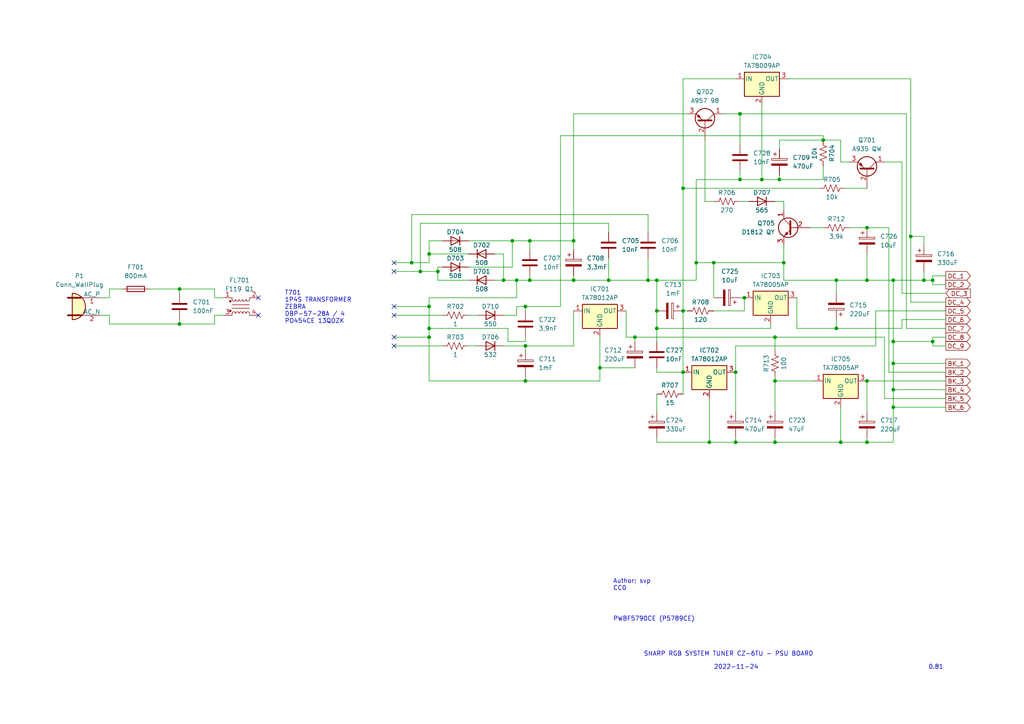
<source format=kicad_sch>
(kicad_sch (version 20230121) (generator eeschema)
  (paper "A4")
  (lib_symbols
    (symbol "Connector:Conn_WallPlug" (pin_names (offset 0))
      (property "Reference" "P" (at -1.27 4.445 0))
      (property "Value" "Conn_WallPlug" (at -5.715 0 90))
      (symbol "Conn_WallPlug_0_1"
        (arc (start -3.175 -3.81) (mid 0.6184 0) (end -3.175 3.81) (stroke (width 0.254)) (fill (type background)))
        (polyline (pts (xy -4.445 -2.54) (xy -0.635 -2.54)) (stroke (width 0.508)))
        (polyline (pts (xy -4.445 2.54) (xy -0.635 2.54)) (stroke (width 0.508)))
        (polyline (pts (xy -3.175 -3.81) (xy -3.175 3.81)) (stroke (width 0.254)))
        (polyline (pts (xy -0.635 -2.54) (xy 2.54 -2.54)))
        (polyline (pts (xy -0.635 2.54) (xy 2.54 2.54)))
      )
      (symbol "Conn_WallPlug_1_1"
        (pin power_out line (at 5.08 2.54 180) (length 5.08) (name "AC_P") (number "1"))
        (pin power_out line (at 5.08 -2.54 180) (length 5.08) (name "AC_N") (number "2"))
      )
    )
    (symbol "Device:C" (pin_numbers hide) (pin_names (offset 0.254))
      (property "Reference" "C" (at 0.635 2.54 0))
      (property "Value" "C" (at 0.635 -2.54 0))
      (symbol "C_0_1"
        (polyline (pts (xy -2.032 -0.762) (xy 2.032 -0.762)) (stroke (width 0.508)))
        (polyline (pts (xy -2.032 0.762) (xy 2.032 0.762)) (stroke (width 0.508)))
      )
      (symbol "C_1_1"
        (pin passive line (at 0 3.81 270) (length 2.794) (name "~") (number "1"))
        (pin passive line (at 0 -3.81 90) (length 2.794) (name "~") (number "2"))
      )
    )
    (symbol "Device:C_Polarized" (pin_numbers hide) (pin_names (offset 0.254))
      (property "Reference" "C" (at 0.635 2.54 0))
      (property "Value" "C_Polarized" (at 0.635 -2.54 0))
      (symbol "C_Polarized_0_1"
        (rectangle (start -2.286 0.508) (end 2.286 1.016))
        (polyline (pts (xy -1.778 2.286) (xy -0.762 2.286)))
        (polyline (pts (xy -1.27 2.794) (xy -1.27 1.778)))
        (rectangle (start 2.286 -0.508) (end -2.286 -1.016) (fill (type outline)))
      )
      (symbol "C_Polarized_1_1"
        (pin passive line (at 0 3.81 270) (length 2.794) (name "~") (number "1"))
        (pin passive line (at 0 -3.81 90) (length 2.794) (name "~") (number "2"))
      )
    )
    (symbol "Device:D" (pin_numbers hide) (pin_names (offset 1.016) hide)
      (property "Reference" "D" (at 0 2.54 0))
      (property "Value" "D" (at 0 -2.54 0))
      (symbol "D_0_1"
        (polyline (pts (xy -1.27 1.27) (xy -1.27 -1.27)) (stroke (width 0.254)))
        (polyline (pts (xy 1.27 0) (xy -1.27 0)))
        (polyline (pts (xy 1.27 1.27) (xy 1.27 -1.27) (xy -1.27 0) (xy 1.27 1.27)) (stroke (width 0.254)))
      )
      (symbol "D_1_1"
        (pin passive line (at -3.81 0 0) (length 2.54) (name "K") (number "1"))
        (pin passive line (at 3.81 0 180) (length 2.54) (name "A") (number "2"))
      )
    )
    (symbol "Device:Filter_EMI_LL" (pin_names (offset 0.254) hide)
      (property "Reference" "FL" (at 0 4.445 0))
      (property "Value" "Filter_EMI_LL" (at 0 -4.445 0))
      (symbol "Filter_EMI_LL_0_1"
        (circle (center -3.048 -1.27) (radius 0.254) (fill (type outline)))
        (circle (center -3.048 1.524) (radius 0.254) (fill (type outline)))
        (arc (start -2.54 2.032) (mid -2.032 1.5262) (end -1.524 2.032))
        (arc (start -1.524 -2.032) (mid -2.032 -1.5262) (end -2.54 -2.032))
        (arc (start -1.524 2.032) (mid -1.016 1.5262) (end -0.508 2.032))
        (arc (start -0.508 -2.032) (mid -1.016 -1.5262) (end -1.524 -2.032))
        (arc (start -0.508 2.032) (mid 0 1.5262) (end 0.508 2.032))
        (polyline (pts (xy -2.54 -2.032) (xy -2.54 -2.54)))
        (polyline (pts (xy -2.54 0.508) (xy 2.54 0.508)))
        (polyline (pts (xy -2.54 2.032) (xy -2.54 2.54)))
        (polyline (pts (xy 2.54 -2.032) (xy 2.54 -2.54)))
        (polyline (pts (xy 2.54 -0.508) (xy -2.54 -0.508)))
        (polyline (pts (xy 2.54 2.54) (xy 2.54 2.032)))
        (arc (start 0.508 -2.032) (mid 0 -1.5262) (end -0.508 -2.032))
        (arc (start 0.508 2.032) (mid 1.016 1.5262) (end 1.524 2.032))
        (arc (start 1.524 -2.032) (mid 1.016 -1.5262) (end 0.508 -2.032))
        (arc (start 1.524 2.032) (mid 2.032 1.5262) (end 2.54 2.032))
        (arc (start 2.54 -2.032) (mid 2.032 -1.5262) (end 1.524 -2.032))
      )
      (symbol "Filter_EMI_LL_1_1"
        (pin passive line (at -5.08 2.54 0) (length 2.54) (name "1") (number "1"))
        (pin passive line (at 5.08 2.54 180) (length 2.54) (name "2") (number "2"))
        (pin passive line (at -5.08 -2.54 0) (length 2.54) (name "3") (number "3"))
        (pin passive line (at 5.08 -2.54 180) (length 2.54) (name "4") (number "4"))
      )
    )
    (symbol "Device:Fuse" (pin_numbers hide) (pin_names (offset 0))
      (property "Reference" "F" (at 2.032 0 90))
      (property "Value" "Fuse" (at -1.905 0 90))
      (symbol "Fuse_0_1"
        (rectangle (start -0.762 -2.54) (end 0.762 2.54) (stroke (width 0.254)))
        (polyline (pts (xy 0 2.54) (xy 0 -2.54)))
      )
      (symbol "Fuse_1_1"
        (pin passive line (at 0 3.81 270) (length 1.27) (name "~") (number "1"))
        (pin passive line (at 0 -3.81 90) (length 1.27) (name "~") (number "2"))
      )
    )
    (symbol "Device:Q_NPN_CBE" (pin_names (offset 0) hide)
      (property "Reference" "Q" (at 5.08 1.27 0))
      (property "Value" "Q_NPN_CBE" (at 5.08 -1.27 0))
      (symbol "Q_NPN_CBE_0_1"
        (polyline (pts (xy 0.635 0.635) (xy 2.54 2.54)))
        (polyline (pts (xy 0.635 -0.635) (xy 2.54 -2.54) (xy 2.54 -2.54)))
        (polyline (pts (xy 0.635 1.905) (xy 0.635 -1.905) (xy 0.635 -1.905)) (stroke (width 0.508)))
        (polyline (pts (xy 1.27 -1.778) (xy 1.778 -1.27) (xy 2.286 -2.286) (xy 1.27 -1.778) (xy 1.27 -1.778)) (fill (type outline)))
        (circle (center 1.27 0) (radius 2.8194) (stroke (width 0.254)))
      )
      (symbol "Q_NPN_CBE_1_1"
        (pin passive line (at 2.54 5.08 270) (length 2.54) (name "C") (number "1"))
        (pin input line (at -5.08 0 0) (length 5.715) (name "B") (number "2"))
        (pin passive line (at 2.54 -5.08 90) (length 2.54) (name "E") (number "3"))
      )
    )
    (symbol "Device:Q_PNP_CBE" (pin_names (offset 0) hide)
      (property "Reference" "Q" (at 5.08 1.27 0))
      (property "Value" "Q_PNP_CBE" (at 5.08 -1.27 0))
      (symbol "Q_PNP_CBE_0_1"
        (polyline (pts (xy 0.635 0.635) (xy 2.54 2.54)))
        (polyline (pts (xy 0.635 -0.635) (xy 2.54 -2.54) (xy 2.54 -2.54)))
        (polyline (pts (xy 0.635 1.905) (xy 0.635 -1.905) (xy 0.635 -1.905)) (stroke (width 0.508)))
        (polyline (pts (xy 2.286 -1.778) (xy 1.778 -2.286) (xy 1.27 -1.27) (xy 2.286 -1.778) (xy 2.286 -1.778)) (fill (type outline)))
        (circle (center 1.27 0) (radius 2.8194) (stroke (width 0.254)))
      )
      (symbol "Q_PNP_CBE_1_1"
        (pin passive line (at 2.54 5.08 270) (length 2.54) (name "C") (number "1"))
        (pin input line (at -5.08 0 0) (length 5.715) (name "B") (number "2"))
        (pin passive line (at 2.54 -5.08 90) (length 2.54) (name "E") (number "3"))
      )
    )
    (symbol "Device:R_US" (pin_numbers hide) (pin_names (offset 0))
      (property "Reference" "R" (at 2.54 0 90))
      (property "Value" "R_US" (at -2.54 0 90))
      (symbol "R_US_0_1"
        (polyline (pts (xy 0 -2.286) (xy 0 -2.54)))
        (polyline (pts (xy 0 2.286) (xy 0 2.54)))
        (polyline (pts (xy 0 -0.762) (xy 1.016 -1.143) (xy 0 -1.524) (xy -1.016 -1.905) (xy 0 -2.286)))
        (polyline (pts (xy 0 0.762) (xy 1.016 0.381) (xy 0 0) (xy -1.016 -0.381) (xy 0 -0.762)))
        (polyline (pts (xy 0 2.286) (xy 1.016 1.905) (xy 0 1.524) (xy -1.016 1.143) (xy 0 0.762)))
      )
      (symbol "R_US_1_1"
        (pin passive line (at 0 3.81 270) (length 1.27) (name "~") (number "1"))
        (pin passive line (at 0 -3.81 90) (length 1.27) (name "~") (number "2"))
      )
    )
    (symbol "Regulator_Linear:L7805" (pin_names (offset 0.254))
      (property "Reference" "U" (at -3.81 3.175 0))
      (property "Value" "L7805" (at 0 3.175 0))
      (symbol "L7805_0_1"
        (rectangle (start -5.08 1.905) (end 5.08 -5.08) (stroke (width 0.254)) (fill (type background)))
      )
      (symbol "L7805_1_1"
        (pin power_in line (at -7.62 0 0) (length 2.54) (name "IN") (number "1"))
        (pin power_in line (at 0 -7.62 90) (length 2.54) (name "GND") (number "2"))
        (pin power_out line (at 7.62 0 180) (length 2.54) (name "OUT") (number "3"))
      )
    )
    (symbol "Regulator_Linear:L7809" (pin_names (offset 0.254))
      (property "Reference" "U" (at -3.81 3.175 0))
      (property "Value" "L7809" (at 0 3.175 0))
      (symbol "L7809_0_1"
        (rectangle (start -5.08 1.905) (end 5.08 -5.08) (stroke (width 0.254)) (fill (type background)))
      )
      (symbol "L7809_1_1"
        (pin power_in line (at -7.62 0 0) (length 2.54) (name "IN") (number "1"))
        (pin power_in line (at 0 -7.62 90) (length 2.54) (name "GND") (number "2"))
        (pin power_out line (at 7.62 0 180) (length 2.54) (name "OUT") (number "3"))
      )
    )
    (symbol "Regulator_Linear:L7812" (pin_names (offset 0.254))
      (property "Reference" "U" (at -3.81 3.175 0))
      (property "Value" "L7812" (at 0 3.175 0))
      (symbol "L7812_0_1"
        (rectangle (start -5.08 1.905) (end 5.08 -5.08) (stroke (width 0.254)) (fill (type background)))
      )
      (symbol "L7812_1_1"
        (pin power_in line (at -7.62 0 0) (length 2.54) (name "IN") (number "1"))
        (pin power_in line (at 0 -7.62 90) (length 2.54) (name "GND") (number "2"))
        (pin power_out line (at 7.62 0 180) (length 2.54) (name "OUT") (number "3"))
      )
    )
  )
  (junction (at 270.51 99.06))
  (junction (at 153.67 69.85))
  (junction (at 224.79 128.27))
  (junction (at 52.07 93.98))
  (junction (at 124.46 88.9))
  (junction (at 119.38 76.2))
  (junction (at 153.67 81.28))
  (junction (at 52.07 83.82))
  (junction (at 201.93 76.2))
  (junction (at 152.4 100.33))
  (junction (at 146.05 81.28))
  (junction (at 152.4 110.49))
  (junction (at 243.84 128.27))
  (junction (at 259.08 105.41))
  (junction (at 198.12 90.17))
  (junction (at 238.76 40.64))
  (junction (at 152.4 88.9))
  (junction (at 224.79 97.79))
  (junction (at 187.96 81.28))
  (junction (at 166.37 69.85))
  (junction (at 259.08 99.06))
  (junction (at 198.12 54.61))
  (junction (at 251.46 81.28))
  (junction (at 270.51 81.28))
  (junction (at 207.01 76.2))
  (junction (at 267.97 81.28))
  (junction (at 251.46 128.27))
  (junction (at 214.63 33.02))
  (junction (at 251.46 66.04))
  (junction (at 166.37 81.28))
  (junction (at 173.99 106.68))
  (junction (at 190.5 81.28))
  (junction (at 242.57 81.28))
  (junction (at 251.46 110.49))
  (junction (at 190.5 95.25))
  (junction (at 121.92 78.74))
  (junction (at 224.79 110.49))
  (junction (at 242.57 95.25))
  (junction (at 124.46 95.25))
  (junction (at 184.15 97.79))
  (junction (at 149.86 81.28))
  (junction (at 264.16 68.58))
  (junction (at 205.74 128.27))
  (junction (at 190.5 90.17))
  (junction (at 259.08 118.11))
  (junction (at 215.9 86.36))
  (junction (at 259.08 81.28))
  (junction (at 176.53 81.28))
  (junction (at 198.12 107.95))
  (junction (at 213.36 128.27))
  (junction (at 220.98 52.07))
  (junction (at 227.33 76.2))
  (junction (at 259.08 113.03))
  (junction (at 214.63 52.07))
  (junction (at 124.46 97.79))
  (junction (at 226.06 52.07))
  (junction (at 148.59 69.85))
  (junction (at 124.46 73.66))
  (junction (at 213.36 107.95))
  (junction (at 127 78.74))
  (no_connect (at 114.3 91.44))
  (no_connect (at 114.3 78.74))
  (no_connect (at 74.93 86.36))
  (no_connect (at 114.3 97.79))
  (no_connect (at 74.93 91.44))
  (no_connect (at 114.3 76.2))
  (no_connect (at 114.3 100.33))
  (no_connect (at 114.3 88.9))
  (wire (pts (xy 124.46 69.85) (xy 124.46 73.66)))
  (wire (pts (xy 153.67 80.01) (xy 153.67 81.28)))
  (wire (pts (xy 62.23 83.82) (xy 52.07 83.82)))
  (wire (pts (xy 114.3 91.44) (xy 128.27 91.44)))
  (wire (pts (xy 270.51 100.33) (xy 270.51 99.06)))
  (wire (pts (xy 220.98 52.07) (xy 226.06 52.07)))
  (wire (pts (xy 251.46 110.49) (xy 274.32 110.49)))
  (wire (pts (xy 190.5 81.28) (xy 190.5 90.17)))
  (wire (pts (xy 238.76 39.37) (xy 238.76 40.64)))
  (wire (pts (xy 223.52 95.25) (xy 190.5 95.25)))
  (wire (pts (xy 226.06 50.8) (xy 226.06 52.07)))
  (wire (pts (xy 152.4 110.49) (xy 173.99 110.49)))
  (wire (pts (xy 259.08 113.03) (xy 259.08 105.41)))
  (wire (pts (xy 190.5 95.25) (xy 190.5 99.06)))
  (wire (pts (xy 270.51 97.79) (xy 274.32 97.79)))
  (wire (pts (xy 173.99 106.68) (xy 173.99 97.79)))
  (wire (pts (xy 205.74 128.27) (xy 213.36 128.27)))
  (wire (pts (xy 231.14 95.25) (xy 242.57 95.25)))
  (wire (pts (xy 242.57 81.28) (xy 242.57 85.09)))
  (wire (pts (xy 243.84 46.99) (xy 243.84 40.64)))
  (wire (pts (xy 190.5 81.28) (xy 201.93 81.28)))
  (wire (pts (xy 29.21 86.36) (xy 31.75 86.36)))
  (wire (pts (xy 124.46 86.36) (xy 149.86 86.36)))
  (wire (pts (xy 238.76 52.07) (xy 226.06 52.07)))
  (wire (pts (xy 128.27 69.85) (xy 124.46 69.85)))
  (wire (pts (xy 227.33 81.28) (xy 242.57 81.28)))
  (wire (pts (xy 124.46 73.66) (xy 124.46 76.2)))
  (wire (pts (xy 256.54 46.99) (xy 261.62 46.99)))
  (wire (pts (xy 176.53 81.28) (xy 187.96 81.28)))
  (wire (pts (xy 176.53 74.93) (xy 176.53 81.28)))
  (wire (pts (xy 162.56 88.9) (xy 162.56 39.37)))
  (wire (pts (xy 259.08 128.27) (xy 259.08 118.11)))
  (wire (pts (xy 152.4 99.06) (xy 152.4 97.79)))
  (wire (pts (xy 264.16 22.86) (xy 228.6 22.86)))
  (wire (pts (xy 227.33 76.2) (xy 227.33 81.28)))
  (wire (pts (xy 176.53 67.31) (xy 176.53 64.77)))
  (wire (pts (xy 201.93 76.2) (xy 201.93 81.28)))
  (wire (pts (xy 259.08 113.03) (xy 274.32 113.03)))
  (wire (pts (xy 238.76 48.26) (xy 238.76 52.07)))
  (wire (pts (xy 173.99 106.68) (xy 173.99 110.49)))
  (wire (pts (xy 124.46 73.66) (xy 135.89 73.66)))
  (wire (pts (xy 153.67 69.85) (xy 166.37 69.85)))
  (wire (pts (xy 274.32 90.17) (xy 254 90.17)))
  (wire (pts (xy 143.51 81.28) (xy 146.05 81.28)))
  (wire (pts (xy 199.39 33.02) (xy 166.37 33.02)))
  (wire (pts (xy 267.97 68.58) (xy 264.16 68.58)))
  (wire (pts (xy 121.92 64.77) (xy 121.92 78.74)))
  (wire (pts (xy 227.33 58.42) (xy 224.79 58.42)))
  (wire (pts (xy 262.89 33.02) (xy 262.89 95.25)))
  (wire (pts (xy 198.12 54.61) (xy 237.49 54.61)))
  (wire (pts (xy 181.61 90.17) (xy 181.61 97.79)))
  (wire (pts (xy 146.05 91.44) (xy 149.86 91.44)))
  (wire (pts (xy 234.95 66.04) (xy 238.76 66.04)))
  (wire (pts (xy 147.32 99.06) (xy 147.32 95.25)))
  (wire (pts (xy 261.62 95.25) (xy 261.62 92.71)))
  (wire (pts (xy 257.81 107.95) (xy 274.32 107.95)))
  (wire (pts (xy 198.12 22.86) (xy 213.36 22.86)))
  (wire (pts (xy 166.37 81.28) (xy 176.53 81.28)))
  (wire (pts (xy 259.08 81.28) (xy 259.08 99.06)))
  (wire (pts (xy 214.63 33.02) (xy 214.63 41.91)))
  (wire (pts (xy 43.18 83.82) (xy 52.07 83.82)))
  (wire (pts (xy 114.3 76.2) (xy 119.38 76.2)))
  (wire (pts (xy 152.4 88.9) (xy 152.4 90.17)))
  (wire (pts (xy 152.4 99.06) (xy 147.32 99.06)))
  (wire (pts (xy 261.62 85.09) (xy 261.62 46.99)))
  (wire (pts (xy 242.57 81.28) (xy 251.46 81.28)))
  (wire (pts (xy 190.5 106.68) (xy 190.5 107.95)))
  (wire (pts (xy 190.5 127) (xy 190.5 128.27)))
  (wire (pts (xy 135.89 69.85) (xy 148.59 69.85)))
  (wire (pts (xy 213.36 128.27) (xy 224.79 128.27)))
  (wire (pts (xy 187.96 67.31) (xy 187.96 62.23)))
  (wire (pts (xy 215.9 86.36) (xy 215.9 90.17)))
  (wire (pts (xy 261.62 92.71) (xy 274.32 92.71)))
  (wire (pts (xy 146.05 81.28) (xy 149.86 81.28)))
  (wire (pts (xy 214.63 52.07) (xy 220.98 52.07)))
  (wire (pts (xy 226.06 43.18) (xy 226.06 40.64)))
  (wire (pts (xy 246.38 46.99) (xy 243.84 46.99)))
  (wire (pts (xy 121.92 78.74) (xy 127 78.74)))
  (wire (pts (xy 254 90.17) (xy 254 100.33)))
  (wire (pts (xy 181.61 97.79) (xy 184.15 97.79)))
  (wire (pts (xy 251.46 127) (xy 251.46 128.27)))
  (wire (pts (xy 166.37 90.17) (xy 166.37 100.33)))
  (wire (pts (xy 31.75 83.82) (xy 35.56 83.82)))
  (wire (pts (xy 198.12 114.3) (xy 198.12 107.95)))
  (wire (pts (xy 259.08 99.06) (xy 259.08 105.41)))
  (wire (pts (xy 274.32 80.01) (xy 270.51 80.01)))
  (wire (pts (xy 259.08 99.06) (xy 270.51 99.06)))
  (wire (pts (xy 251.46 110.49) (xy 251.46 119.38)))
  (wire (pts (xy 267.97 71.12) (xy 267.97 68.58)))
  (wire (pts (xy 127 78.74) (xy 127 77.47)))
  (wire (pts (xy 184.15 97.79) (xy 224.79 97.79)))
  (wire (pts (xy 201.93 52.07) (xy 214.63 52.07)))
  (wire (pts (xy 124.46 95.25) (xy 124.46 97.79)))
  (wire (pts (xy 213.36 107.95) (xy 213.36 119.38)))
  (wire (pts (xy 264.16 68.58) (xy 264.16 87.63)))
  (wire (pts (xy 204.47 58.42) (xy 207.01 58.42)))
  (wire (pts (xy 52.07 83.82) (xy 52.07 85.09)))
  (wire (pts (xy 152.4 100.33) (xy 166.37 100.33)))
  (wire (pts (xy 254 100.33) (xy 213.36 100.33)))
  (wire (pts (xy 207.01 76.2) (xy 207.01 86.36)))
  (wire (pts (xy 274.32 118.11) (xy 259.08 118.11)))
  (wire (pts (xy 231.14 86.36) (xy 231.14 95.25)))
  (wire (pts (xy 223.52 93.98) (xy 223.52 95.25)))
  (wire (pts (xy 226.06 40.64) (xy 238.76 40.64)))
  (wire (pts (xy 190.5 90.17) (xy 190.5 95.25)))
  (wire (pts (xy 119.38 62.23) (xy 119.38 76.2)))
  (wire (pts (xy 259.08 118.11) (xy 259.08 113.03)))
  (wire (pts (xy 243.84 118.11) (xy 243.84 128.27)))
  (wire (pts (xy 152.4 88.9) (xy 162.56 88.9)))
  (wire (pts (xy 143.51 73.66) (xy 146.05 73.66)))
  (wire (pts (xy 209.55 33.02) (xy 214.63 33.02)))
  (wire (pts (xy 152.4 109.22) (xy 152.4 110.49)))
  (wire (pts (xy 213.36 127) (xy 213.36 128.27)))
  (wire (pts (xy 62.23 86.36) (xy 62.23 83.82)))
  (wire (pts (xy 184.15 97.79) (xy 184.15 99.06)))
  (wire (pts (xy 114.3 78.74) (xy 121.92 78.74)))
  (wire (pts (xy 242.57 95.25) (xy 261.62 95.25)))
  (wire (pts (xy 29.21 91.44) (xy 31.75 91.44)))
  (wire (pts (xy 274.32 100.33) (xy 270.51 100.33)))
  (wire (pts (xy 251.46 66.04) (xy 257.81 66.04)))
  (wire (pts (xy 224.79 110.49) (xy 224.79 119.38)))
  (wire (pts (xy 149.86 86.36) (xy 149.86 81.28)))
  (wire (pts (xy 166.37 72.39) (xy 166.37 69.85)))
  (wire (pts (xy 243.84 128.27) (xy 251.46 128.27)))
  (wire (pts (xy 162.56 39.37) (xy 238.76 39.37)))
  (wire (pts (xy 227.33 60.96) (xy 227.33 58.42)))
  (wire (pts (xy 114.3 100.33) (xy 128.27 100.33)))
  (wire (pts (xy 114.3 88.9) (xy 124.46 88.9)))
  (wire (pts (xy 204.47 40.64) (xy 204.47 58.42)))
  (wire (pts (xy 62.23 91.44) (xy 62.23 93.98)))
  (wire (pts (xy 52.07 93.98) (xy 52.07 92.71)))
  (wire (pts (xy 190.5 114.3) (xy 190.5 119.38)))
  (wire (pts (xy 124.46 88.9) (xy 124.46 95.25)))
  (wire (pts (xy 121.92 64.77) (xy 176.53 64.77)))
  (wire (pts (xy 147.32 95.25) (xy 124.46 95.25)))
  (wire (pts (xy 256.54 97.79) (xy 256.54 115.57)))
  (wire (pts (xy 135.89 91.44) (xy 138.43 91.44)))
  (wire (pts (xy 198.12 90.17) (xy 198.12 107.95)))
  (wire (pts (xy 152.4 110.49) (xy 124.46 110.49)))
  (wire (pts (xy 270.51 82.55) (xy 274.32 82.55)))
  (wire (pts (xy 238.76 40.64) (xy 243.84 40.64)))
  (wire (pts (xy 224.79 109.22) (xy 224.79 110.49)))
  (wire (pts (xy 207.01 76.2) (xy 227.33 76.2)))
  (wire (pts (xy 224.79 128.27) (xy 243.84 128.27)))
  (wire (pts (xy 259.08 81.28) (xy 267.97 81.28)))
  (wire (pts (xy 146.05 100.33) (xy 152.4 100.33)))
  (wire (pts (xy 251.46 81.28) (xy 259.08 81.28)))
  (wire (pts (xy 64.77 91.44) (xy 62.23 91.44)))
  (wire (pts (xy 135.89 77.47) (xy 148.59 77.47)))
  (wire (pts (xy 201.93 76.2) (xy 207.01 76.2)))
  (wire (pts (xy 214.63 58.42) (xy 217.17 58.42)))
  (wire (pts (xy 124.46 110.49) (xy 124.46 97.79)))
  (wire (pts (xy 148.59 77.47) (xy 148.59 69.85)))
  (wire (pts (xy 274.32 115.57) (xy 256.54 115.57)))
  (wire (pts (xy 224.79 127) (xy 224.79 128.27)))
  (wire (pts (xy 166.37 33.02) (xy 166.37 69.85)))
  (wire (pts (xy 135.89 81.28) (xy 127 81.28)))
  (wire (pts (xy 207.01 90.17) (xy 215.9 90.17)))
  (wire (pts (xy 259.08 105.41) (xy 274.32 105.41)))
  (wire (pts (xy 220.98 30.48) (xy 220.98 52.07)))
  (wire (pts (xy 153.67 69.85) (xy 148.59 69.85)))
  (wire (pts (xy 119.38 62.23) (xy 187.96 62.23)))
  (wire (pts (xy 274.32 85.09) (xy 261.62 85.09)))
  (wire (pts (xy 270.51 80.01) (xy 270.51 81.28)))
  (wire (pts (xy 153.67 81.28) (xy 166.37 81.28)))
  (wire (pts (xy 214.63 49.53) (xy 214.63 52.07)))
  (wire (pts (xy 190.5 107.95) (xy 198.12 107.95)))
  (wire (pts (xy 31.75 86.36) (xy 31.75 83.82)))
  (wire (pts (xy 31.75 93.98) (xy 52.07 93.98)))
  (wire (pts (xy 127 77.47) (xy 128.27 77.47)))
  (wire (pts (xy 264.16 22.86) (xy 264.16 68.58)))
  (wire (pts (xy 166.37 80.01) (xy 166.37 81.28)))
  (wire (pts (xy 267.97 78.74) (xy 267.97 81.28)))
  (wire (pts (xy 127 78.74) (xy 127 81.28)))
  (wire (pts (xy 267.97 81.28) (xy 270.51 81.28)))
  (wire (pts (xy 227.33 71.12) (xy 227.33 76.2)))
  (wire (pts (xy 213.36 100.33) (xy 213.36 107.95)))
  (wire (pts (xy 153.67 72.39) (xy 153.67 69.85)))
  (wire (pts (xy 187.96 81.28) (xy 190.5 81.28)))
  (wire (pts (xy 149.86 81.28) (xy 153.67 81.28)))
  (wire (pts (xy 257.81 66.04) (xy 257.81 107.95)))
  (wire (pts (xy 205.74 115.57) (xy 205.74 128.27)))
  (wire (pts (xy 224.79 110.49) (xy 236.22 110.49)))
  (wire (pts (xy 31.75 91.44) (xy 31.75 93.98)))
  (wire (pts (xy 198.12 22.86) (xy 198.12 54.61)))
  (wire (pts (xy 264.16 87.63) (xy 274.32 87.63)))
  (wire (pts (xy 242.57 92.71) (xy 242.57 95.25)))
  (wire (pts (xy 214.63 86.36) (xy 215.9 86.36)))
  (wire (pts (xy 62.23 93.98) (xy 52.07 93.98)))
  (wire (pts (xy 201.93 52.07) (xy 201.93 76.2)))
  (wire (pts (xy 246.38 66.04) (xy 251.46 66.04)))
  (wire (pts (xy 149.86 88.9) (xy 152.4 88.9)))
  (wire (pts (xy 135.89 100.33) (xy 138.43 100.33)))
  (wire (pts (xy 262.89 95.25) (xy 274.32 95.25)))
  (wire (pts (xy 173.99 106.68) (xy 184.15 106.68)))
  (wire (pts (xy 114.3 97.79) (xy 124.46 97.79)))
  (wire (pts (xy 124.46 88.9) (xy 124.46 86.36)))
  (wire (pts (xy 152.4 100.33) (xy 152.4 101.6)))
  (wire (pts (xy 224.79 97.79) (xy 224.79 101.6)))
  (wire (pts (xy 251.46 73.66) (xy 251.46 81.28)))
  (wire (pts (xy 190.5 128.27) (xy 205.74 128.27)))
  (wire (pts (xy 146.05 81.28) (xy 146.05 73.66)))
  (wire (pts (xy 245.11 54.61) (xy 251.46 54.61)))
  (wire (pts (xy 64.77 86.36) (xy 62.23 86.36)))
  (wire (pts (xy 198.12 54.61) (xy 198.12 90.17)))
  (wire (pts (xy 251.46 128.27) (xy 259.08 128.27)))
  (wire (pts (xy 270.51 99.06) (xy 270.51 97.79)))
  (wire (pts (xy 224.79 97.79) (xy 256.54 97.79)))
  (wire (pts (xy 270.51 81.28) (xy 270.51 82.55)))
  (wire (pts (xy 214.63 33.02) (xy 262.89 33.02)))
  (wire (pts (xy 119.38 76.2) (xy 124.46 76.2)))
  (wire (pts (xy 187.96 74.93) (xy 187.96 81.28)))
  (wire (pts (xy 198.12 90.17) (xy 199.39 90.17)))
  (wire (pts (xy 149.86 91.44) (xy 149.86 88.9)))
  (text "Author: svp\nCC0" (at 177.8 171.45 0) (effects (font (size 1.27 1.27)) (justify left bottom)))
  (text "T701\n1P4S TRANSFORMER\nZEBRA\nDBP-57-28A / 4\nPO454CE 13QOZK" (at 82.55 93.98 0) (effects (font (size 1.27 1.27)) (justify left bottom)))
  (text "PWBF5790CE (P5789CE)" (at 177.8 180.34 0) (effects (font (size 1.27 1.27)) (justify left bottom)))
  (text "0.81" (at 269.24 194.31 0) (effects (font (size 1.27 1.27)) (justify left bottom)))
  (text "2022-11-24" (at 207.01 194.31 0) (effects (font (size 1.27 1.27)) (justify left bottom)))
  (text "SHARP RGB SYSTEM TUNER CZ-6TU - PSU BOARD" (at 186.69 190.5 0) (effects (font (size 1.27 1.27)) (justify left bottom)))
  (global_label "DC_2" (shape output) (at 274.32 82.55 0) (property "Intersheetrefs" "${INTERSHEET_REFS}" (effects hide)))
  (global_label "BK_4" (shape output) (at 274.32 113.03 0) (property "Intersheetrefs" "${INTERSHEET_REFS}" (effects hide)))
  (global_label "BK_2" (shape output) (at 274.32 107.95 0) (property "Intersheetrefs" "${INTERSHEET_REFS}" (effects hide)))
  (global_label "DC_6" (shape output) (at 274.32 92.71 0) (property "Intersheetrefs" "${INTERSHEET_REFS}" (effects hide)))
  (global_label "BK_1" (shape output) (at 274.32 105.41 0) (property "Intersheetrefs" "${INTERSHEET_REFS}" (effects hide)))
  (global_label "BK_5" (shape output) (at 274.32 115.57 0) (property "Intersheetrefs" "${INTERSHEET_REFS}" (effects hide)))
  (global_label "DC_5" (shape output) (at 274.32 90.17 0) (property "Intersheetrefs" "${INTERSHEET_REFS}" (effects hide)))
  (global_label "DC_1" (shape output) (at 274.32 80.01 0) (property "Intersheetrefs" "${INTERSHEET_REFS}" (effects hide)))
  (global_label "DC_7" (shape output) (at 274.32 95.25 0) (property "Intersheetrefs" "${INTERSHEET_REFS}" (effects hide)))
  (global_label "DC_9" (shape output) (at 274.32 100.33 0) (property "Intersheetrefs" "${INTERSHEET_REFS}" (effects hide)))
  (global_label "BK_6" (shape output) (at 274.32 118.11 0) (property "Intersheetrefs" "${INTERSHEET_REFS}" (effects hide)))
  (global_label "DC_4" (shape output) (at 274.32 87.63 0) (property "Intersheetrefs" "${INTERSHEET_REFS}" (effects hide)))
  (global_label "DC_3" (shape input) (at 274.32 85.09 0) (property "Intersheetrefs" "${INTERSHEET_REFS}" (effects hide)))
  (global_label "DC_8" (shape output) (at 274.32 97.79 0) (property "Intersheetrefs" "${INTERSHEET_REFS}" (effects hide)))
  (global_label "BK_3" (shape output) (at 274.32 110.49 0) (property "Intersheetrefs" "${INTERSHEET_REFS}" (effects hide)))
  (symbol (lib_id "Device:D") (at 142.24 91.44 0) (mirror y) (unit 1)
    (property "Reference" "D710" (at 142.24 88.9 0))
    (property "Value" "550" (at 142.24 93.98 0))
  )
  (symbol (lib_id "Device:Fuse") (at 39.37 83.82 90) (unit 1)
    (property "Reference" "F701" (at 39.37 77.47 90))
    (property "Value" "800mA" (at 39.37 80.01 90))
  )
  (symbol (lib_id "Device:D") (at 220.98 58.42 0) (mirror y) (unit 1)
    (property "Reference" "D707" (at 220.98 55.88 0))
    (property "Value" "565" (at 220.98 60.96 0))
  )
  (symbol (lib_id "Device:R_US") (at 224.79 105.41 0) (unit 1)
    (property "Reference" "R713" (at 222.25 105.41 90))
    (property "Value" "100" (at 227.33 105.41 90))
  )
  (symbol (lib_id "Device:R_US") (at 194.31 114.3 270) (unit 1)
    (property "Reference" "R707" (at 194.31 111.76 90))
    (property "Value" "15" (at 194.31 116.84 90))
  )
  (symbol (lib_id "Device:C_Polarized") (at 242.57 88.9 180) (unit 1)
    (property "Reference" "C715" (at 246.38 88.519 0) (effects (justify right)))
    (property "Value" "220uF" (at 246.38 91.059 0) (effects (justify right)))
  )
  (symbol (lib_id "Device:R_US") (at 210.82 58.42 270) (unit 1)
    (property "Reference" "R706" (at 210.82 55.88 90))
    (property "Value" "270" (at 210.82 60.96 90))
  )
  (symbol (lib_id "Device:R_US") (at 242.57 66.04 270) (unit 1)
    (property "Reference" "R712" (at 242.57 63.5 90))
    (property "Value" "3,9k" (at 242.57 68.58 90))
  )
  (symbol (lib_id "Regulator_Linear:L7812") (at 173.99 90.17 0) (unit 1)
    (property "Reference" "IC701" (at 173.99 83.82 0))
    (property "Value" "TA78012AP" (at 173.99 86.36 0))
    (property "Datasheet" "http://www.st.com/content/ccc/resource/technical/document/datasheet/41/4f/b3/b0/12/d4/47/88/CD00000444.pdf/files/CD00000444.pdf/jcr:content/translations/en.CD00000444.pdf" (effects hide))
  )
  (symbol (lib_id "Device:R_US") (at 241.3 54.61 270) (unit 1)
    (property "Reference" "R705" (at 241.3 52.07 90))
    (property "Value" "10k" (at 241.3 57.15 90))
  )
  (symbol (lib_id "Device:C_Polarized") (at 251.46 69.85 0) (unit 1)
    (property "Reference" "C726" (at 255.27 68.5799 0) (effects (justify left)))
    (property "Value" "10uF" (at 255.27 71.1199 0) (effects (justify left)))
  )
  (symbol (lib_id "Regulator_Linear:L7805") (at 223.52 86.36 0) (unit 1)
    (property "Reference" "IC703" (at 223.52 80.01 0))
    (property "Value" "TA78005AP" (at 223.52 82.55 0))
    (property "Datasheet" "http://www.st.com/content/ccc/resource/technical/document/datasheet/41/4f/b3/b0/12/d4/47/88/CD00000444.pdf/files/CD00000444.pdf/jcr:content/translations/en.CD00000444.pdf" (effects hide))
  )
  (symbol (lib_id "Device:C") (at 176.53 71.12 0) (unit 1)
    (property "Reference" "C705" (at 180.34 69.8499 0) (effects (justify left)))
    (property "Value" "10nF" (at 180.34 72.3899 0) (effects (justify left)))
  )
  (symbol (lib_id "Device:C_Polarized") (at 184.15 102.87 0) (unit 1)
    (property "Reference" "C712" (at 175.26 101.6 0) (effects (justify left)))
    (property "Value" "220uF" (at 175.26 104.14 0) (effects (justify left)))
  )
  (symbol (lib_id "Device:Q_PNP_CBE") (at 204.47 35.56 270) (mirror x) (unit 1)
    (property "Reference" "Q702" (at 204.47 26.67 90))
    (property "Value" "A957 98" (at 204.47 29.21 90))
  )
  (symbol (lib_id "Device:C_Polarized") (at 190.5 123.19 0) (unit 1)
    (property "Reference" "C724" (at 193.04 121.92 0) (effects (justify left)))
    (property "Value" "330uF" (at 193.04 124.46 0) (effects (justify left)))
  )
  (symbol (lib_id "Device:Filter_EMI_LL") (at 69.85 88.9 0) (unit 1)
    (property "Reference" "FL701" (at 69.469 81.28 0))
    (property "Value" "F119 Q1" (at 69.469 83.82 0))
  )
  (symbol (lib_id "Device:C_Polarized") (at 226.06 46.99 0) (unit 1)
    (property "Reference" "C709" (at 229.87 45.7199 0) (effects (justify left)))
    (property "Value" "470uF" (at 229.87 48.2599 0) (effects (justify left)))
  )
  (symbol (lib_id "Device:C_Polarized") (at 267.97 74.93 0) (unit 1)
    (property "Reference" "C716" (at 271.78 73.6599 0) (effects (justify left)))
    (property "Value" "330uF" (at 271.78 76.1999 0) (effects (justify left)))
  )
  (symbol (lib_id "Device:C_Polarized") (at 224.79 123.19 0) (unit 1)
    (property "Reference" "C723" (at 228.6 121.9199 0) (effects (justify left)))
    (property "Value" "47uF" (at 228.6 124.4599 0) (effects (justify left)))
  )
  (symbol (lib_id "Device:C_Polarized") (at 213.36 123.19 0) (unit 1)
    (property "Reference" "C714" (at 215.9 121.92 0) (effects (justify left)))
    (property "Value" "470uF" (at 215.9 124.46 0) (effects (justify left)))
  )
  (symbol (lib_id "Connector:Conn_WallPlug") (at 24.13 88.9 0) (unit 1)
    (property "Reference" "P1" (at 23.0505 80.01 0))
    (property "Value" "Conn_WallPlug" (at 23.0505 82.55 0))
  )
  (symbol (lib_id "Device:C_Polarized") (at 210.82 86.36 270) (mirror x) (unit 1)
    (property "Reference" "C725" (at 211.709 78.74 90))
    (property "Value" "10uF" (at 211.709 81.28 90))
  )
  (symbol (lib_id "Device:C") (at 214.63 45.72 0) (unit 1)
    (property "Reference" "C728" (at 218.44 44.4499 0) (effects (justify left)))
    (property "Value" "10nF" (at 218.44 46.9899 0) (effects (justify left)))
  )
  (symbol (lib_id "Device:D") (at 132.08 69.85 0) (mirror y) (unit 1)
    (property "Reference" "D704" (at 132.08 67.31 0))
    (property "Value" "508" (at 132.08 72.39 0))
  )
  (symbol (lib_id "Device:R_US") (at 203.2 90.17 270) (unit 1)
    (property "Reference" "R708" (at 203.2 87.63 90))
    (property "Value" "120" (at 203.2 92.71 90))
  )
  (symbol (lib_id "Device:D") (at 139.7 81.28 0) (unit 1)
    (property "Reference" "D701" (at 139.7 78.74 0))
    (property "Value" "508" (at 139.7 83.82 0))
  )
  (symbol (lib_id "Device:C") (at 152.4 93.98 0) (unit 1)
    (property "Reference" "C722" (at 156.21 92.7099 0) (effects (justify left)))
    (property "Value" "3,9nF" (at 156.21 95.2499 0) (effects (justify left)))
  )
  (symbol (lib_id "Device:C_Polarized") (at 152.4 105.41 0) (unit 1)
    (property "Reference" "C711" (at 156.21 104.1399 0) (effects (justify left)))
    (property "Value" "1mF" (at 156.21 106.6799 0) (effects (justify left)))
  )
  (symbol (lib_id "Device:C") (at 187.96 71.12 0) (unit 1)
    (property "Reference" "C706" (at 191.77 69.8499 0) (effects (justify left)))
    (property "Value" "10nF" (at 191.77 72.3899 0) (effects (justify left)))
  )
  (symbol (lib_id "Device:R_US") (at 132.08 91.44 270) (unit 1)
    (property "Reference" "R702" (at 132.08 88.9 90))
    (property "Value" "1" (at 132.08 93.98 90))
  )
  (symbol (lib_id "Device:D") (at 132.08 77.47 0) (mirror y) (unit 1)
    (property "Reference" "D703" (at 132.08 74.93 0))
    (property "Value" "508" (at 132.08 80.01 0))
  )
  (symbol (lib_id "Regulator_Linear:L7812") (at 205.74 107.95 0) (unit 1)
    (property "Reference" "IC702" (at 205.74 101.6 0))
    (property "Value" "TA78012AP" (at 205.74 104.14 0))
    (property "Datasheet" "http://www.st.com/content/ccc/resource/technical/document/datasheet/41/4f/b3/b0/12/d4/47/88/CD00000444.pdf/files/CD00000444.pdf/jcr:content/translations/en.CD00000444.pdf" (effects hide))
  )
  (symbol (lib_id "Device:Q_PNP_CBE") (at 251.46 49.53 270) (mirror x) (unit 1)
    (property "Reference" "Q701" (at 251.46 40.64 90))
    (property "Value" "A935 QW" (at 251.46 43.18 90))
  )
  (symbol (lib_id "Regulator_Linear:L7809") (at 220.98 22.86 0) (unit 1)
    (property "Reference" "IC704" (at 220.98 16.51 0))
    (property "Value" "TA78009AP" (at 220.98 19.05 0))
    (property "Datasheet" "http://www.st.com/content/ccc/resource/technical/document/datasheet/41/4f/b3/b0/12/d4/47/88/CD00000444.pdf/files/CD00000444.pdf/jcr:content/translations/en.CD00000444.pdf" (effects hide))
  )
  (symbol (lib_id "Regulator_Linear:L7805") (at 243.84 110.49 0) (unit 1)
    (property "Reference" "IC705" (at 243.84 104.14 0))
    (property "Value" "TA78005AP" (at 243.84 106.68 0))
    (property "Datasheet" "http://www.st.com/content/ccc/resource/technical/document/datasheet/41/4f/b3/b0/12/d4/47/88/CD00000444.pdf/files/CD00000444.pdf/jcr:content/translations/en.CD00000444.pdf" (effects hide))
  )
  (symbol (lib_id "Device:C") (at 153.67 76.2 0) (unit 1)
    (property "Reference" "C707" (at 157.48 74.9299 0) (effects (justify left)))
    (property "Value" "10nF" (at 157.48 77.4699 0) (effects (justify left)))
  )
  (symbol (lib_id "Device:C_Polarized") (at 166.37 76.2 0) (unit 1)
    (property "Reference" "C708" (at 170.18 74.9299 0) (effects (justify left)))
    (property "Value" "3,3mF" (at 170.18 77.4699 0) (effects (justify left)))
  )
  (symbol (lib_id "Device:D") (at 142.24 100.33 0) (mirror y) (unit 1)
    (property "Reference" "D706" (at 142.24 97.79 0))
    (property "Value" "532" (at 142.24 102.87 0))
  )
  (symbol (lib_id "Device:R_US") (at 132.08 100.33 270) (unit 1)
    (property "Reference" "R703" (at 132.08 97.79 90))
    (property "Value" "1" (at 132.08 102.87 90))
  )
  (symbol (lib_id "Device:Q_NPN_CBE") (at 229.87 66.04 0) (mirror y) (unit 1)
    (property "Reference" "Q705" (at 224.79 64.7699 0) (effects (justify left)))
    (property "Value" "D1812 QY" (at 224.79 67.3099 0) (effects (justify left)))
  )
  (symbol (lib_id "Device:D") (at 139.7 73.66 0) (unit 1)
    (property "Reference" "D702" (at 139.7 71.12 0))
    (property "Value" "508" (at 139.7 76.2 0))
  )
  (symbol (lib_id "Device:C") (at 190.5 102.87 0) (unit 1)
    (property "Reference" "C727" (at 193.04 101.6 0) (effects (justify left)))
    (property "Value" "10nF" (at 193.04 104.14 0) (effects (justify left)))
  )
  (symbol (lib_id "Device:C") (at 52.07 88.9 0) (unit 1)
    (property "Reference" "C701" (at 55.88 87.6299 0) (effects (justify left)))
    (property "Value" "100nF" (at 55.88 90.1699 0) (effects (justify left)))
  )
  (symbol (lib_id "Device:C_Polarized") (at 194.31 90.17 270) (unit 1)
    (property "Reference" "C713" (at 195.199 82.55 90))
    (property "Value" "1mF" (at 195.199 85.09 90))
  )
  (symbol (lib_id "Device:C_Polarized") (at 251.46 123.19 0) (unit 1)
    (property "Reference" "C717" (at 255.27 121.92 0) (effects (justify left)))
    (property "Value" "220uF" (at 255.27 124.4599 0) (effects (justify left)))
  )
  (symbol (lib_id "Device:R_US") (at 238.76 44.45 180) (unit 1)
    (property "Reference" "R704" (at 241.3 44.45 90))
    (property "Value" "10k" (at 236.22 44.45 90))
  )
)
</source>
